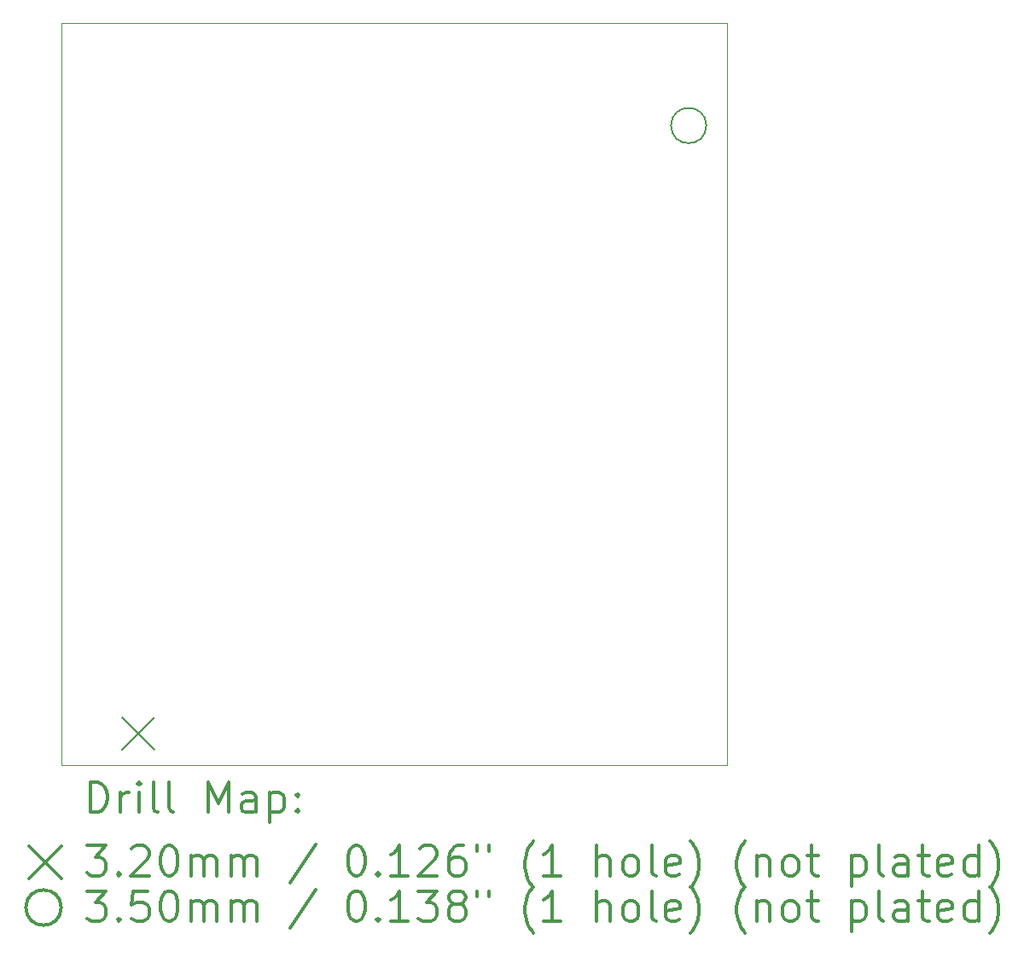
<source format=gbr>
%FSLAX45Y45*%
G04 Gerber Fmt 4.5, Leading zero omitted, Abs format (unit mm)*
G04 Created by KiCad (PCBNEW 5.1.7) date 2020-10-26 11:57:49*
%MOMM*%
%LPD*%
G01*
G04 APERTURE LIST*
%TA.AperFunction,Profile*%
%ADD10C,0.050000*%
%TD*%
%ADD11C,0.200000*%
%ADD12C,0.300000*%
G04 APERTURE END LIST*
D10*
X16764000Y-7747000D02*
X16764000Y-9525000D01*
X13335000Y-7747000D02*
X16764000Y-7747000D01*
X10160000Y-7747000D02*
X13335000Y-7747000D01*
X10160000Y-9525000D02*
X10160000Y-7747000D01*
X10160000Y-9525000D02*
X10160000Y-15113000D01*
X16764000Y-15113000D02*
X16764000Y-9525000D01*
X10160000Y-15113000D02*
X16764000Y-15113000D01*
D11*
X10762000Y-14635500D02*
X11082000Y-14955500D01*
X11082000Y-14635500D02*
X10762000Y-14955500D01*
X16558000Y-8763000D02*
G75*
G03*
X16558000Y-8763000I-175000J0D01*
G01*
D12*
X10443928Y-15581214D02*
X10443928Y-15281214D01*
X10515357Y-15281214D01*
X10558214Y-15295500D01*
X10586786Y-15324071D01*
X10601071Y-15352643D01*
X10615357Y-15409786D01*
X10615357Y-15452643D01*
X10601071Y-15509786D01*
X10586786Y-15538357D01*
X10558214Y-15566929D01*
X10515357Y-15581214D01*
X10443928Y-15581214D01*
X10743928Y-15581214D02*
X10743928Y-15381214D01*
X10743928Y-15438357D02*
X10758214Y-15409786D01*
X10772500Y-15395500D01*
X10801071Y-15381214D01*
X10829643Y-15381214D01*
X10929643Y-15581214D02*
X10929643Y-15381214D01*
X10929643Y-15281214D02*
X10915357Y-15295500D01*
X10929643Y-15309786D01*
X10943928Y-15295500D01*
X10929643Y-15281214D01*
X10929643Y-15309786D01*
X11115357Y-15581214D02*
X11086786Y-15566929D01*
X11072500Y-15538357D01*
X11072500Y-15281214D01*
X11272500Y-15581214D02*
X11243928Y-15566929D01*
X11229643Y-15538357D01*
X11229643Y-15281214D01*
X11615357Y-15581214D02*
X11615357Y-15281214D01*
X11715357Y-15495500D01*
X11815357Y-15281214D01*
X11815357Y-15581214D01*
X12086786Y-15581214D02*
X12086786Y-15424071D01*
X12072500Y-15395500D01*
X12043928Y-15381214D01*
X11986786Y-15381214D01*
X11958214Y-15395500D01*
X12086786Y-15566929D02*
X12058214Y-15581214D01*
X11986786Y-15581214D01*
X11958214Y-15566929D01*
X11943928Y-15538357D01*
X11943928Y-15509786D01*
X11958214Y-15481214D01*
X11986786Y-15466929D01*
X12058214Y-15466929D01*
X12086786Y-15452643D01*
X12229643Y-15381214D02*
X12229643Y-15681214D01*
X12229643Y-15395500D02*
X12258214Y-15381214D01*
X12315357Y-15381214D01*
X12343928Y-15395500D01*
X12358214Y-15409786D01*
X12372500Y-15438357D01*
X12372500Y-15524071D01*
X12358214Y-15552643D01*
X12343928Y-15566929D01*
X12315357Y-15581214D01*
X12258214Y-15581214D01*
X12229643Y-15566929D01*
X12501071Y-15552643D02*
X12515357Y-15566929D01*
X12501071Y-15581214D01*
X12486786Y-15566929D01*
X12501071Y-15552643D01*
X12501071Y-15581214D01*
X12501071Y-15395500D02*
X12515357Y-15409786D01*
X12501071Y-15424071D01*
X12486786Y-15409786D01*
X12501071Y-15395500D01*
X12501071Y-15424071D01*
X9837500Y-15915500D02*
X10157500Y-16235500D01*
X10157500Y-15915500D02*
X9837500Y-16235500D01*
X10415357Y-15911214D02*
X10601071Y-15911214D01*
X10501071Y-16025500D01*
X10543928Y-16025500D01*
X10572500Y-16039786D01*
X10586786Y-16054071D01*
X10601071Y-16082643D01*
X10601071Y-16154071D01*
X10586786Y-16182643D01*
X10572500Y-16196929D01*
X10543928Y-16211214D01*
X10458214Y-16211214D01*
X10429643Y-16196929D01*
X10415357Y-16182643D01*
X10729643Y-16182643D02*
X10743928Y-16196929D01*
X10729643Y-16211214D01*
X10715357Y-16196929D01*
X10729643Y-16182643D01*
X10729643Y-16211214D01*
X10858214Y-15939786D02*
X10872500Y-15925500D01*
X10901071Y-15911214D01*
X10972500Y-15911214D01*
X11001071Y-15925500D01*
X11015357Y-15939786D01*
X11029643Y-15968357D01*
X11029643Y-15996929D01*
X11015357Y-16039786D01*
X10843928Y-16211214D01*
X11029643Y-16211214D01*
X11215357Y-15911214D02*
X11243928Y-15911214D01*
X11272500Y-15925500D01*
X11286786Y-15939786D01*
X11301071Y-15968357D01*
X11315357Y-16025500D01*
X11315357Y-16096929D01*
X11301071Y-16154071D01*
X11286786Y-16182643D01*
X11272500Y-16196929D01*
X11243928Y-16211214D01*
X11215357Y-16211214D01*
X11186786Y-16196929D01*
X11172500Y-16182643D01*
X11158214Y-16154071D01*
X11143928Y-16096929D01*
X11143928Y-16025500D01*
X11158214Y-15968357D01*
X11172500Y-15939786D01*
X11186786Y-15925500D01*
X11215357Y-15911214D01*
X11443928Y-16211214D02*
X11443928Y-16011214D01*
X11443928Y-16039786D02*
X11458214Y-16025500D01*
X11486786Y-16011214D01*
X11529643Y-16011214D01*
X11558214Y-16025500D01*
X11572500Y-16054071D01*
X11572500Y-16211214D01*
X11572500Y-16054071D02*
X11586786Y-16025500D01*
X11615357Y-16011214D01*
X11658214Y-16011214D01*
X11686786Y-16025500D01*
X11701071Y-16054071D01*
X11701071Y-16211214D01*
X11843928Y-16211214D02*
X11843928Y-16011214D01*
X11843928Y-16039786D02*
X11858214Y-16025500D01*
X11886786Y-16011214D01*
X11929643Y-16011214D01*
X11958214Y-16025500D01*
X11972500Y-16054071D01*
X11972500Y-16211214D01*
X11972500Y-16054071D02*
X11986786Y-16025500D01*
X12015357Y-16011214D01*
X12058214Y-16011214D01*
X12086786Y-16025500D01*
X12101071Y-16054071D01*
X12101071Y-16211214D01*
X12686786Y-15896929D02*
X12429643Y-16282643D01*
X13072500Y-15911214D02*
X13101071Y-15911214D01*
X13129643Y-15925500D01*
X13143928Y-15939786D01*
X13158214Y-15968357D01*
X13172500Y-16025500D01*
X13172500Y-16096929D01*
X13158214Y-16154071D01*
X13143928Y-16182643D01*
X13129643Y-16196929D01*
X13101071Y-16211214D01*
X13072500Y-16211214D01*
X13043928Y-16196929D01*
X13029643Y-16182643D01*
X13015357Y-16154071D01*
X13001071Y-16096929D01*
X13001071Y-16025500D01*
X13015357Y-15968357D01*
X13029643Y-15939786D01*
X13043928Y-15925500D01*
X13072500Y-15911214D01*
X13301071Y-16182643D02*
X13315357Y-16196929D01*
X13301071Y-16211214D01*
X13286786Y-16196929D01*
X13301071Y-16182643D01*
X13301071Y-16211214D01*
X13601071Y-16211214D02*
X13429643Y-16211214D01*
X13515357Y-16211214D02*
X13515357Y-15911214D01*
X13486786Y-15954071D01*
X13458214Y-15982643D01*
X13429643Y-15996929D01*
X13715357Y-15939786D02*
X13729643Y-15925500D01*
X13758214Y-15911214D01*
X13829643Y-15911214D01*
X13858214Y-15925500D01*
X13872500Y-15939786D01*
X13886786Y-15968357D01*
X13886786Y-15996929D01*
X13872500Y-16039786D01*
X13701071Y-16211214D01*
X13886786Y-16211214D01*
X14143928Y-15911214D02*
X14086786Y-15911214D01*
X14058214Y-15925500D01*
X14043928Y-15939786D01*
X14015357Y-15982643D01*
X14001071Y-16039786D01*
X14001071Y-16154071D01*
X14015357Y-16182643D01*
X14029643Y-16196929D01*
X14058214Y-16211214D01*
X14115357Y-16211214D01*
X14143928Y-16196929D01*
X14158214Y-16182643D01*
X14172500Y-16154071D01*
X14172500Y-16082643D01*
X14158214Y-16054071D01*
X14143928Y-16039786D01*
X14115357Y-16025500D01*
X14058214Y-16025500D01*
X14029643Y-16039786D01*
X14015357Y-16054071D01*
X14001071Y-16082643D01*
X14286786Y-15911214D02*
X14286786Y-15968357D01*
X14401071Y-15911214D02*
X14401071Y-15968357D01*
X14843928Y-16325500D02*
X14829643Y-16311214D01*
X14801071Y-16268357D01*
X14786786Y-16239786D01*
X14772500Y-16196929D01*
X14758214Y-16125500D01*
X14758214Y-16068357D01*
X14772500Y-15996929D01*
X14786786Y-15954071D01*
X14801071Y-15925500D01*
X14829643Y-15882643D01*
X14843928Y-15868357D01*
X15115357Y-16211214D02*
X14943928Y-16211214D01*
X15029643Y-16211214D02*
X15029643Y-15911214D01*
X15001071Y-15954071D01*
X14972500Y-15982643D01*
X14943928Y-15996929D01*
X15472500Y-16211214D02*
X15472500Y-15911214D01*
X15601071Y-16211214D02*
X15601071Y-16054071D01*
X15586786Y-16025500D01*
X15558214Y-16011214D01*
X15515357Y-16011214D01*
X15486786Y-16025500D01*
X15472500Y-16039786D01*
X15786786Y-16211214D02*
X15758214Y-16196929D01*
X15743928Y-16182643D01*
X15729643Y-16154071D01*
X15729643Y-16068357D01*
X15743928Y-16039786D01*
X15758214Y-16025500D01*
X15786786Y-16011214D01*
X15829643Y-16011214D01*
X15858214Y-16025500D01*
X15872500Y-16039786D01*
X15886786Y-16068357D01*
X15886786Y-16154071D01*
X15872500Y-16182643D01*
X15858214Y-16196929D01*
X15829643Y-16211214D01*
X15786786Y-16211214D01*
X16058214Y-16211214D02*
X16029643Y-16196929D01*
X16015357Y-16168357D01*
X16015357Y-15911214D01*
X16286786Y-16196929D02*
X16258214Y-16211214D01*
X16201071Y-16211214D01*
X16172500Y-16196929D01*
X16158214Y-16168357D01*
X16158214Y-16054071D01*
X16172500Y-16025500D01*
X16201071Y-16011214D01*
X16258214Y-16011214D01*
X16286786Y-16025500D01*
X16301071Y-16054071D01*
X16301071Y-16082643D01*
X16158214Y-16111214D01*
X16401071Y-16325500D02*
X16415357Y-16311214D01*
X16443928Y-16268357D01*
X16458214Y-16239786D01*
X16472500Y-16196929D01*
X16486786Y-16125500D01*
X16486786Y-16068357D01*
X16472500Y-15996929D01*
X16458214Y-15954071D01*
X16443928Y-15925500D01*
X16415357Y-15882643D01*
X16401071Y-15868357D01*
X16943928Y-16325500D02*
X16929643Y-16311214D01*
X16901071Y-16268357D01*
X16886786Y-16239786D01*
X16872500Y-16196929D01*
X16858214Y-16125500D01*
X16858214Y-16068357D01*
X16872500Y-15996929D01*
X16886786Y-15954071D01*
X16901071Y-15925500D01*
X16929643Y-15882643D01*
X16943928Y-15868357D01*
X17058214Y-16011214D02*
X17058214Y-16211214D01*
X17058214Y-16039786D02*
X17072500Y-16025500D01*
X17101071Y-16011214D01*
X17143928Y-16011214D01*
X17172500Y-16025500D01*
X17186786Y-16054071D01*
X17186786Y-16211214D01*
X17372500Y-16211214D02*
X17343928Y-16196929D01*
X17329643Y-16182643D01*
X17315357Y-16154071D01*
X17315357Y-16068357D01*
X17329643Y-16039786D01*
X17343928Y-16025500D01*
X17372500Y-16011214D01*
X17415357Y-16011214D01*
X17443928Y-16025500D01*
X17458214Y-16039786D01*
X17472500Y-16068357D01*
X17472500Y-16154071D01*
X17458214Y-16182643D01*
X17443928Y-16196929D01*
X17415357Y-16211214D01*
X17372500Y-16211214D01*
X17558214Y-16011214D02*
X17672500Y-16011214D01*
X17601071Y-15911214D02*
X17601071Y-16168357D01*
X17615357Y-16196929D01*
X17643928Y-16211214D01*
X17672500Y-16211214D01*
X18001071Y-16011214D02*
X18001071Y-16311214D01*
X18001071Y-16025500D02*
X18029643Y-16011214D01*
X18086786Y-16011214D01*
X18115357Y-16025500D01*
X18129643Y-16039786D01*
X18143928Y-16068357D01*
X18143928Y-16154071D01*
X18129643Y-16182643D01*
X18115357Y-16196929D01*
X18086786Y-16211214D01*
X18029643Y-16211214D01*
X18001071Y-16196929D01*
X18315357Y-16211214D02*
X18286786Y-16196929D01*
X18272500Y-16168357D01*
X18272500Y-15911214D01*
X18558214Y-16211214D02*
X18558214Y-16054071D01*
X18543928Y-16025500D01*
X18515357Y-16011214D01*
X18458214Y-16011214D01*
X18429643Y-16025500D01*
X18558214Y-16196929D02*
X18529643Y-16211214D01*
X18458214Y-16211214D01*
X18429643Y-16196929D01*
X18415357Y-16168357D01*
X18415357Y-16139786D01*
X18429643Y-16111214D01*
X18458214Y-16096929D01*
X18529643Y-16096929D01*
X18558214Y-16082643D01*
X18658214Y-16011214D02*
X18772500Y-16011214D01*
X18701071Y-15911214D02*
X18701071Y-16168357D01*
X18715357Y-16196929D01*
X18743928Y-16211214D01*
X18772500Y-16211214D01*
X18986786Y-16196929D02*
X18958214Y-16211214D01*
X18901071Y-16211214D01*
X18872500Y-16196929D01*
X18858214Y-16168357D01*
X18858214Y-16054071D01*
X18872500Y-16025500D01*
X18901071Y-16011214D01*
X18958214Y-16011214D01*
X18986786Y-16025500D01*
X19001071Y-16054071D01*
X19001071Y-16082643D01*
X18858214Y-16111214D01*
X19258214Y-16211214D02*
X19258214Y-15911214D01*
X19258214Y-16196929D02*
X19229643Y-16211214D01*
X19172500Y-16211214D01*
X19143928Y-16196929D01*
X19129643Y-16182643D01*
X19115357Y-16154071D01*
X19115357Y-16068357D01*
X19129643Y-16039786D01*
X19143928Y-16025500D01*
X19172500Y-16011214D01*
X19229643Y-16011214D01*
X19258214Y-16025500D01*
X19372500Y-16325500D02*
X19386786Y-16311214D01*
X19415357Y-16268357D01*
X19429643Y-16239786D01*
X19443928Y-16196929D01*
X19458214Y-16125500D01*
X19458214Y-16068357D01*
X19443928Y-15996929D01*
X19429643Y-15954071D01*
X19415357Y-15925500D01*
X19386786Y-15882643D01*
X19372500Y-15868357D01*
X10157500Y-16525500D02*
G75*
G03*
X10157500Y-16525500I-175000J0D01*
G01*
X10415357Y-16361214D02*
X10601071Y-16361214D01*
X10501071Y-16475500D01*
X10543928Y-16475500D01*
X10572500Y-16489786D01*
X10586786Y-16504071D01*
X10601071Y-16532643D01*
X10601071Y-16604071D01*
X10586786Y-16632643D01*
X10572500Y-16646929D01*
X10543928Y-16661214D01*
X10458214Y-16661214D01*
X10429643Y-16646929D01*
X10415357Y-16632643D01*
X10729643Y-16632643D02*
X10743928Y-16646929D01*
X10729643Y-16661214D01*
X10715357Y-16646929D01*
X10729643Y-16632643D01*
X10729643Y-16661214D01*
X11015357Y-16361214D02*
X10872500Y-16361214D01*
X10858214Y-16504071D01*
X10872500Y-16489786D01*
X10901071Y-16475500D01*
X10972500Y-16475500D01*
X11001071Y-16489786D01*
X11015357Y-16504071D01*
X11029643Y-16532643D01*
X11029643Y-16604071D01*
X11015357Y-16632643D01*
X11001071Y-16646929D01*
X10972500Y-16661214D01*
X10901071Y-16661214D01*
X10872500Y-16646929D01*
X10858214Y-16632643D01*
X11215357Y-16361214D02*
X11243928Y-16361214D01*
X11272500Y-16375500D01*
X11286786Y-16389786D01*
X11301071Y-16418357D01*
X11315357Y-16475500D01*
X11315357Y-16546929D01*
X11301071Y-16604071D01*
X11286786Y-16632643D01*
X11272500Y-16646929D01*
X11243928Y-16661214D01*
X11215357Y-16661214D01*
X11186786Y-16646929D01*
X11172500Y-16632643D01*
X11158214Y-16604071D01*
X11143928Y-16546929D01*
X11143928Y-16475500D01*
X11158214Y-16418357D01*
X11172500Y-16389786D01*
X11186786Y-16375500D01*
X11215357Y-16361214D01*
X11443928Y-16661214D02*
X11443928Y-16461214D01*
X11443928Y-16489786D02*
X11458214Y-16475500D01*
X11486786Y-16461214D01*
X11529643Y-16461214D01*
X11558214Y-16475500D01*
X11572500Y-16504071D01*
X11572500Y-16661214D01*
X11572500Y-16504071D02*
X11586786Y-16475500D01*
X11615357Y-16461214D01*
X11658214Y-16461214D01*
X11686786Y-16475500D01*
X11701071Y-16504071D01*
X11701071Y-16661214D01*
X11843928Y-16661214D02*
X11843928Y-16461214D01*
X11843928Y-16489786D02*
X11858214Y-16475500D01*
X11886786Y-16461214D01*
X11929643Y-16461214D01*
X11958214Y-16475500D01*
X11972500Y-16504071D01*
X11972500Y-16661214D01*
X11972500Y-16504071D02*
X11986786Y-16475500D01*
X12015357Y-16461214D01*
X12058214Y-16461214D01*
X12086786Y-16475500D01*
X12101071Y-16504071D01*
X12101071Y-16661214D01*
X12686786Y-16346929D02*
X12429643Y-16732643D01*
X13072500Y-16361214D02*
X13101071Y-16361214D01*
X13129643Y-16375500D01*
X13143928Y-16389786D01*
X13158214Y-16418357D01*
X13172500Y-16475500D01*
X13172500Y-16546929D01*
X13158214Y-16604071D01*
X13143928Y-16632643D01*
X13129643Y-16646929D01*
X13101071Y-16661214D01*
X13072500Y-16661214D01*
X13043928Y-16646929D01*
X13029643Y-16632643D01*
X13015357Y-16604071D01*
X13001071Y-16546929D01*
X13001071Y-16475500D01*
X13015357Y-16418357D01*
X13029643Y-16389786D01*
X13043928Y-16375500D01*
X13072500Y-16361214D01*
X13301071Y-16632643D02*
X13315357Y-16646929D01*
X13301071Y-16661214D01*
X13286786Y-16646929D01*
X13301071Y-16632643D01*
X13301071Y-16661214D01*
X13601071Y-16661214D02*
X13429643Y-16661214D01*
X13515357Y-16661214D02*
X13515357Y-16361214D01*
X13486786Y-16404071D01*
X13458214Y-16432643D01*
X13429643Y-16446929D01*
X13701071Y-16361214D02*
X13886786Y-16361214D01*
X13786786Y-16475500D01*
X13829643Y-16475500D01*
X13858214Y-16489786D01*
X13872500Y-16504071D01*
X13886786Y-16532643D01*
X13886786Y-16604071D01*
X13872500Y-16632643D01*
X13858214Y-16646929D01*
X13829643Y-16661214D01*
X13743928Y-16661214D01*
X13715357Y-16646929D01*
X13701071Y-16632643D01*
X14058214Y-16489786D02*
X14029643Y-16475500D01*
X14015357Y-16461214D01*
X14001071Y-16432643D01*
X14001071Y-16418357D01*
X14015357Y-16389786D01*
X14029643Y-16375500D01*
X14058214Y-16361214D01*
X14115357Y-16361214D01*
X14143928Y-16375500D01*
X14158214Y-16389786D01*
X14172500Y-16418357D01*
X14172500Y-16432643D01*
X14158214Y-16461214D01*
X14143928Y-16475500D01*
X14115357Y-16489786D01*
X14058214Y-16489786D01*
X14029643Y-16504071D01*
X14015357Y-16518357D01*
X14001071Y-16546929D01*
X14001071Y-16604071D01*
X14015357Y-16632643D01*
X14029643Y-16646929D01*
X14058214Y-16661214D01*
X14115357Y-16661214D01*
X14143928Y-16646929D01*
X14158214Y-16632643D01*
X14172500Y-16604071D01*
X14172500Y-16546929D01*
X14158214Y-16518357D01*
X14143928Y-16504071D01*
X14115357Y-16489786D01*
X14286786Y-16361214D02*
X14286786Y-16418357D01*
X14401071Y-16361214D02*
X14401071Y-16418357D01*
X14843928Y-16775500D02*
X14829643Y-16761214D01*
X14801071Y-16718357D01*
X14786786Y-16689786D01*
X14772500Y-16646929D01*
X14758214Y-16575500D01*
X14758214Y-16518357D01*
X14772500Y-16446929D01*
X14786786Y-16404071D01*
X14801071Y-16375500D01*
X14829643Y-16332643D01*
X14843928Y-16318357D01*
X15115357Y-16661214D02*
X14943928Y-16661214D01*
X15029643Y-16661214D02*
X15029643Y-16361214D01*
X15001071Y-16404071D01*
X14972500Y-16432643D01*
X14943928Y-16446929D01*
X15472500Y-16661214D02*
X15472500Y-16361214D01*
X15601071Y-16661214D02*
X15601071Y-16504071D01*
X15586786Y-16475500D01*
X15558214Y-16461214D01*
X15515357Y-16461214D01*
X15486786Y-16475500D01*
X15472500Y-16489786D01*
X15786786Y-16661214D02*
X15758214Y-16646929D01*
X15743928Y-16632643D01*
X15729643Y-16604071D01*
X15729643Y-16518357D01*
X15743928Y-16489786D01*
X15758214Y-16475500D01*
X15786786Y-16461214D01*
X15829643Y-16461214D01*
X15858214Y-16475500D01*
X15872500Y-16489786D01*
X15886786Y-16518357D01*
X15886786Y-16604071D01*
X15872500Y-16632643D01*
X15858214Y-16646929D01*
X15829643Y-16661214D01*
X15786786Y-16661214D01*
X16058214Y-16661214D02*
X16029643Y-16646929D01*
X16015357Y-16618357D01*
X16015357Y-16361214D01*
X16286786Y-16646929D02*
X16258214Y-16661214D01*
X16201071Y-16661214D01*
X16172500Y-16646929D01*
X16158214Y-16618357D01*
X16158214Y-16504071D01*
X16172500Y-16475500D01*
X16201071Y-16461214D01*
X16258214Y-16461214D01*
X16286786Y-16475500D01*
X16301071Y-16504071D01*
X16301071Y-16532643D01*
X16158214Y-16561214D01*
X16401071Y-16775500D02*
X16415357Y-16761214D01*
X16443928Y-16718357D01*
X16458214Y-16689786D01*
X16472500Y-16646929D01*
X16486786Y-16575500D01*
X16486786Y-16518357D01*
X16472500Y-16446929D01*
X16458214Y-16404071D01*
X16443928Y-16375500D01*
X16415357Y-16332643D01*
X16401071Y-16318357D01*
X16943928Y-16775500D02*
X16929643Y-16761214D01*
X16901071Y-16718357D01*
X16886786Y-16689786D01*
X16872500Y-16646929D01*
X16858214Y-16575500D01*
X16858214Y-16518357D01*
X16872500Y-16446929D01*
X16886786Y-16404071D01*
X16901071Y-16375500D01*
X16929643Y-16332643D01*
X16943928Y-16318357D01*
X17058214Y-16461214D02*
X17058214Y-16661214D01*
X17058214Y-16489786D02*
X17072500Y-16475500D01*
X17101071Y-16461214D01*
X17143928Y-16461214D01*
X17172500Y-16475500D01*
X17186786Y-16504071D01*
X17186786Y-16661214D01*
X17372500Y-16661214D02*
X17343928Y-16646929D01*
X17329643Y-16632643D01*
X17315357Y-16604071D01*
X17315357Y-16518357D01*
X17329643Y-16489786D01*
X17343928Y-16475500D01*
X17372500Y-16461214D01*
X17415357Y-16461214D01*
X17443928Y-16475500D01*
X17458214Y-16489786D01*
X17472500Y-16518357D01*
X17472500Y-16604071D01*
X17458214Y-16632643D01*
X17443928Y-16646929D01*
X17415357Y-16661214D01*
X17372500Y-16661214D01*
X17558214Y-16461214D02*
X17672500Y-16461214D01*
X17601071Y-16361214D02*
X17601071Y-16618357D01*
X17615357Y-16646929D01*
X17643928Y-16661214D01*
X17672500Y-16661214D01*
X18001071Y-16461214D02*
X18001071Y-16761214D01*
X18001071Y-16475500D02*
X18029643Y-16461214D01*
X18086786Y-16461214D01*
X18115357Y-16475500D01*
X18129643Y-16489786D01*
X18143928Y-16518357D01*
X18143928Y-16604071D01*
X18129643Y-16632643D01*
X18115357Y-16646929D01*
X18086786Y-16661214D01*
X18029643Y-16661214D01*
X18001071Y-16646929D01*
X18315357Y-16661214D02*
X18286786Y-16646929D01*
X18272500Y-16618357D01*
X18272500Y-16361214D01*
X18558214Y-16661214D02*
X18558214Y-16504071D01*
X18543928Y-16475500D01*
X18515357Y-16461214D01*
X18458214Y-16461214D01*
X18429643Y-16475500D01*
X18558214Y-16646929D02*
X18529643Y-16661214D01*
X18458214Y-16661214D01*
X18429643Y-16646929D01*
X18415357Y-16618357D01*
X18415357Y-16589786D01*
X18429643Y-16561214D01*
X18458214Y-16546929D01*
X18529643Y-16546929D01*
X18558214Y-16532643D01*
X18658214Y-16461214D02*
X18772500Y-16461214D01*
X18701071Y-16361214D02*
X18701071Y-16618357D01*
X18715357Y-16646929D01*
X18743928Y-16661214D01*
X18772500Y-16661214D01*
X18986786Y-16646929D02*
X18958214Y-16661214D01*
X18901071Y-16661214D01*
X18872500Y-16646929D01*
X18858214Y-16618357D01*
X18858214Y-16504071D01*
X18872500Y-16475500D01*
X18901071Y-16461214D01*
X18958214Y-16461214D01*
X18986786Y-16475500D01*
X19001071Y-16504071D01*
X19001071Y-16532643D01*
X18858214Y-16561214D01*
X19258214Y-16661214D02*
X19258214Y-16361214D01*
X19258214Y-16646929D02*
X19229643Y-16661214D01*
X19172500Y-16661214D01*
X19143928Y-16646929D01*
X19129643Y-16632643D01*
X19115357Y-16604071D01*
X19115357Y-16518357D01*
X19129643Y-16489786D01*
X19143928Y-16475500D01*
X19172500Y-16461214D01*
X19229643Y-16461214D01*
X19258214Y-16475500D01*
X19372500Y-16775500D02*
X19386786Y-16761214D01*
X19415357Y-16718357D01*
X19429643Y-16689786D01*
X19443928Y-16646929D01*
X19458214Y-16575500D01*
X19458214Y-16518357D01*
X19443928Y-16446929D01*
X19429643Y-16404071D01*
X19415357Y-16375500D01*
X19386786Y-16332643D01*
X19372500Y-16318357D01*
M02*

</source>
